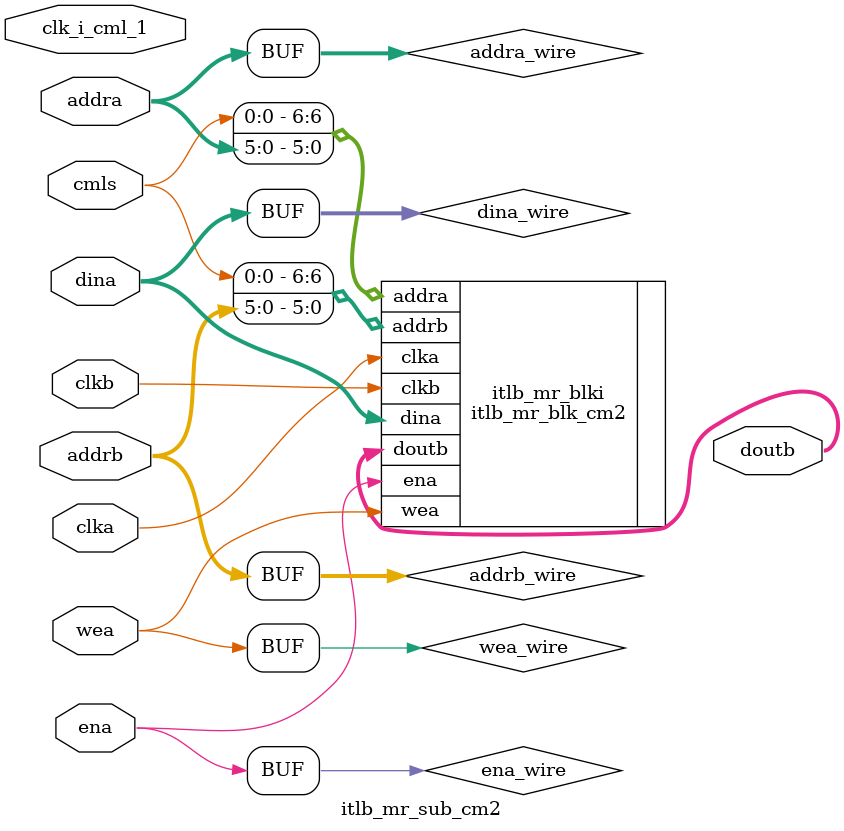
<source format=v>

/*******************************************************************************
*     This file is owned and controlled by Xilinx and must be used             *
*     solely for design, simulation, implementation and creation of            *
*     design files limited to Xilinx devices or technologies. Use              *
*     with non-Xilinx devices or technologies is expressly prohibited          *
*     and immediately terminates your license.                                 *
*                                                                              *
*     XILINX IS PROVIDING THIS DESIGN, CODE, OR INFORMATION "AS IS"            *
*     SOLELY FOR USE IN DEVELOPING PROGRAMS AND SOLUTIONS FOR                  *
*     XILINX DEVICES.  BY PROVIDING THIS DESIGN, CODE, OR INFORMATION          *
*     AS ONE POSSIBLE IMPLEMENTATION OF THIS FEATURE, APPLICATION              *
*     OR STANDARD, XILINX IS MAKING NO REPRESENTATION THAT THIS                *
*     IMPLEMENTATION IS FREE FROM ANY CLAIMS OF INFRINGEMENT,                  *
*     AND YOU ARE RESPONSIBLE FOR OBTAINING ANY RIGHTS YOU MAY REQUIRE         *
*     FOR YOUR IMPLEMENTATION.  XILINX EXPRESSLY DISCLAIMS ANY                 *
*     WARRANTY WHATSOEVER WITH RESPECT TO THE ADEQUACY OF THE                  *
*     IMPLEMENTATION, INCLUDING BUT NOT LIMITED TO ANY WARRANTIES OR           *
*     REPRESENTATIONS THAT THIS IMPLEMENTATION IS FREE FROM CLAIMS OF          *
*     INFRINGEMENT, IMPLIED WARRANTIES OF MERCHANTABILITY AND FITNESS          *
*     FOR A PARTICULAR PURPOSE.                                                *
*                                                                              *
*     Xilinx products are not intended for use in life support                 *
*     appliances, devices, or systems. Use in such applications are            *
*     expressly prohibited.                                                    *
*                                                                              *
*     (c) Copyright 1995-2009 Xilinx, Inc.                                     *
*     All rights reserved.                                                     *
*******************************************************************************/
// The synthesis directives "translate_off/translate_on" specified below are
// supported by Xilinx, Mentor Graphics and Synplicity synthesis
// tools. Ensure they are correct for your synthesis tool(s).

// You must compile the wrapper file itlb_mr_blk.v when simulating
// the core, itlb_mr_blk. When compiling the wrapper file, be sure to
// reference the XilinxCoreLib Verilog simulation library. For detailed
// instructions, please refer to the "CORE Generator Help".

`timescale 1ns/1ps

module itlb_mr_sub_cm2(
		clk_i_cml_1,
		cmls,
		
	clka,
	ena,
	wea,
	addra,
	dina,
	clkb,
	addrb,
	doutb);


input clk_i_cml_1;
input cmls;




input clka;
input ena;
input [0 : 0] wea;
input [5 : 0] addra;
input [13 : 0] dina;
input clkb;
input [5 : 0] addrb;
output [13 : 0] doutb;

wire ena_wire;
wire [0 : 0] wea_wire;
wire [5 : 0] addra_wire;
wire [13 : 0] dina_wire;
wire [5 : 0] addrb_wire;

assign ena_wire = ena;
assign wea_wire = wea;
assign addra_wire = addra;
assign dina_wire = dina;
assign addrb_wire = addrb;

itlb_mr_blk_cm2 itlb_mr_blki(
	.clka(clka),
	.ena(ena_wire),
	.wea(wea_wire),
	.addra({cmls, addra_wire}),
	.dina(dina_wire),
	.clkb(clkb),
	.addrb({cmls, addrb_wire}),
	.doutb(doutb));

endmodule



</source>
